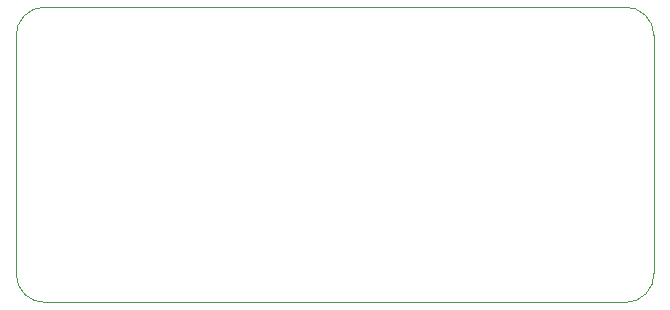
<source format=gbr>
G04*
G04 #@! TF.GenerationSoftware,Altium Limited,Altium Designer,22.4.2 (48)*
G04*
G04 Layer_Color=0*
%FSLAX25Y25*%
%MOIN*%
G70*
G04*
G04 #@! TF.SameCoordinates,E734F9EE-B4DD-4720-9605-9BBB33E3B1F9*
G04*
G04*
G04 #@! TF.FilePolarity,Positive*
G04*
G01*
G75*
%ADD36C,0.00100*%
D36*
X90551Y38985D02*
Y118110D01*
D02*
G02*
X100000Y127961I9449J394D01*
G01*
X293299D01*
X293307Y127953D01*
D02*
G02*
X303158Y118504I394J-9449D01*
G01*
Y39378D01*
X303150Y39370D01*
D02*
G02*
X293701Y29519I-9449J-394D01*
G01*
X100402D01*
X100394Y29528D01*
D02*
G02*
X90551Y38985I-394J9449D01*
G01*
M02*

</source>
